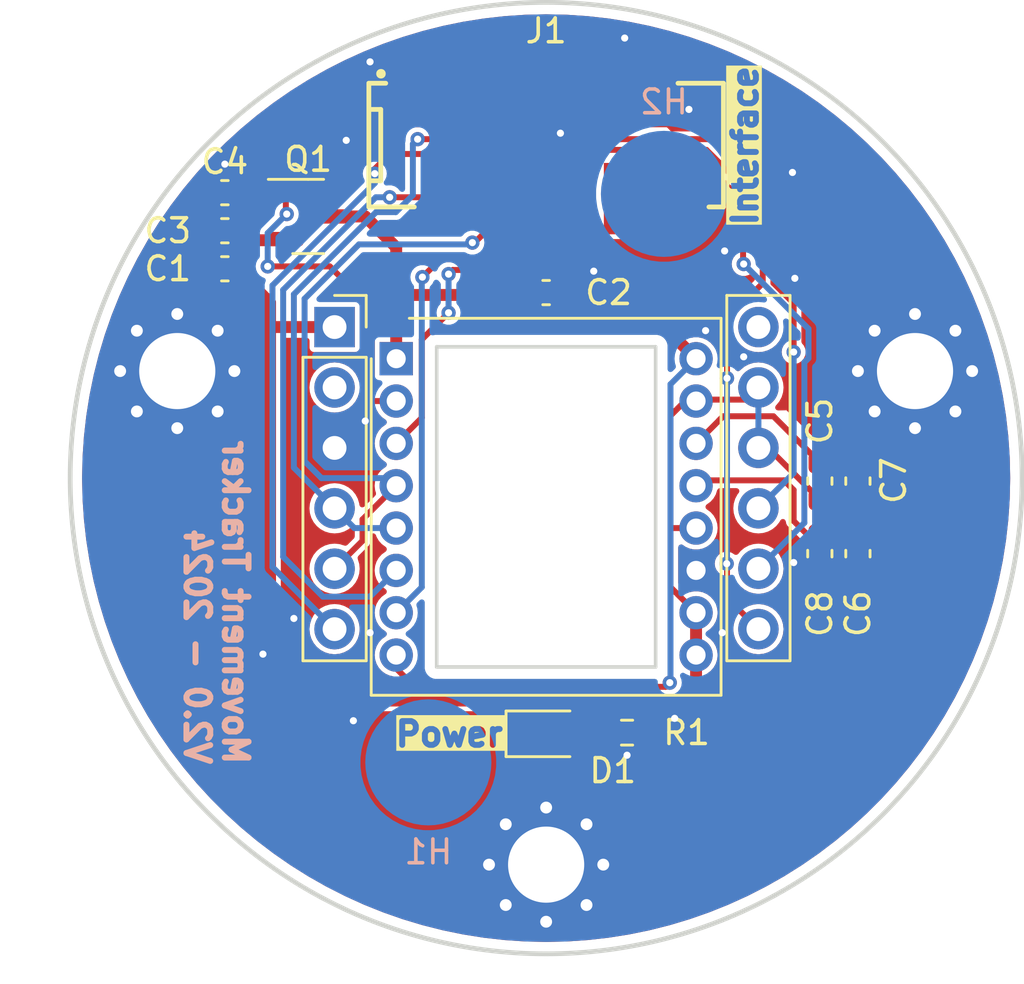
<source format=kicad_pcb>
(kicad_pcb (version 20221018) (generator pcbnew)
  (layers (0 "F.Cu" signal) (31 "B.Cu" signal) (34 "B.Paste" user) (35 "F.Paste" user) (36 "B.SilkS" user "B.Silkscreen") (37 "F.SilkS" user "F.Silkscreen") (38 "B.Mask" user) (39 "F.Mask" user) (44 "Edge.Cuts" user))
  (net 0 "")
  (net 1 "GND")
  (net 2 "+3V3")
  (net 3 "Net-(Q1-D)")
  (net 4 "/MISO")
  (net 5 "/MOSI")
  (net 6 "/SCK")
  (net 7 "Net-(Q1-G)")
  (net 8 "Net-(D1-A)")
  (net 9 "Net-(U2--VCSEL)")
  (net 10 "Net-(U2-REFA)")
  (net 11 "/~{INT_ADNS}")
  (net 12 "/~{INT_IMU}")
  (net 13 "/~{CS_ADNS}")
  (net 14 "/~{CS_IMU}")
  (net 15 "/~{RST_IMU}")
  (footprint "Resistor_SMD:R_0603_1608Metric" (layer "F.Cu") (at 53.4 60.7)
    (fp_text reference "R1" (at 2.5 0) (layer "F.SilkS"))
    (fp_text value "510")
    (fp_line (start -0.237258 -0.5225) (end 0.237258 -0.5225) (stroke (width 0.12)) (layer "F.SilkS"))
    (fp_line (start -0.237258 0.5225) (end 0.237258 0.5225) (stroke (width 0.12)) (layer "F.SilkS"))
    (pad "1" smd roundrect (at -0.825 0) (size 0.8 0.95) (layers "F.Cu" "F.Paste" "F.Mask") (net 8 "Net-(D1-A)"))
    (pad "2" smd roundrect (at 0.825 0) (size 0.8 0.95) (layers "F.Cu" "F.Paste" "F.Mask") (net 2 "+3V3"))
  )
  (footprint "Capacitor_SMD:C_0603_1608Metric" (layer "F.Cu") (at 61.5 50.125 90)
    (fp_text reference "C5" (at 2.525 0 90) (layer "F.SilkS"))
    (fp_text value "100n")
    (fp_line (start -0.14058 -0.51) (end 0.14058 -0.51) (stroke (width 0.12)) (layer "F.SilkS"))
    (fp_line (start -0.14058 0.51) (end 0.14058 0.51) (stroke (width 0.12)) (layer "F.SilkS"))
    (pad "1" smd roundrect (at -0.775 0 90) (size 0.9 0.95) (layers "F.Cu" "F.Paste" "F.Mask") (net 2 "+3V3"))
    (pad "2" smd roundrect (at 0.775 0 90) (size 0.9 0.95) (layers "F.Cu" "F.Paste" "F.Mask") (net 1 "GND"))
  )
  (footprint "MountingHole:MountingHole_3.2mm_M3_Pad_Via" (layer "F.Cu") (at 50 66.25)
    (fp_text reference "H5" hide)
    (fp_text value "M3")
    (pad "1" thru_hole circle (at -2.4 0) (size 0.8 0.8) (drill 0.5) (layers "*.Cu" "*.Mask") (net 1 "GND"))
    (pad "1" thru_hole circle (at -1.697056 -1.697056) (size 0.8 0.8) (drill 0.5) (layers "*.Cu" "*.Mask") (net 1 "GND"))
    (pad "1" thru_hole circle (at -1.697056 1.697056) (size 0.8 0.8) (drill 0.5) (layers "*.Cu" "*.Mask") (net 1 "GND"))
    (pad "1" thru_hole circle (at 0 -2.4) (size 0.8 0.8) (drill 0.5) (layers "*.Cu" "*.Mask") (net 1 "GND"))
    (pad "1" thru_hole circle (at 0 0) (size 6.4 6.4) (drill 3.2) (layers "*.Cu" "*.Mask") (net 1 "GND"))
    (pad "1" thru_hole circle (at 0 2.4) (size 0.8 0.8) (drill 0.5) (layers "*.Cu" "*.Mask") (net 1 "GND"))
    (pad "1" thru_hole circle (at 1.697056 -1.697056) (size 0.8 0.8) (drill 0.5) (layers "*.Cu" "*.Mask") (net 1 "GND"))
    (pad "1" thru_hole circle (at 1.697056 1.697056) (size 0.8 0.8) (drill 0.5) (layers "*.Cu" "*.Mask") (net 1 "GND"))
    (pad "1" thru_hole circle (at 2.4 0) (size 0.8 0.8) (drill 0.5) (layers "*.Cu" "*.Mask") (net 1 "GND"))
  )
  (footprint "ComponentsEvo:ADNS 9800" (layer "F.Cu") (at 42.4 43.03)
    (fp_text reference "U2" hide)
    (fp_text value "ADNS 9800")
    (fp_line (start 0.25 16.1) (end 0.25 1.95) (stroke (width 0.12)) (layer "F.SilkS"))
    (fp_line (start 1.85 0.25) (end 14.95 0.25) (stroke (width 0.12)) (layer "F.SilkS"))
    (fp_line (start 14.95 0.25) (end 14.95 16.1) (stroke (width 0.12)) (layer "F.SilkS"))
    (fp_line (start 14.95 16.1) (end 0.25 16.1) (stroke (width 0.12)) (layer "F.SilkS"))
    (fp_line (start 3 1.45) (end 12.2 1.45) (stroke (width 0.15)) (layer "Edge.Cuts"))
    (fp_line (start 3 14.91) (end 3 1.45) (stroke (width 0.15)) (layer "Edge.Cuts"))
    (fp_line (start 12.2 1.45) (end 12.2 14.91) (stroke (width 0.15)) (layer "Edge.Cuts"))
    (fp_line (start 12.2 14.91) (end 3 14.91) (stroke (width 0.15)) (layer "Edge.Cuts"))
    (pad "1" thru_hole rect locked (at 1.3 1.95) (size 1.4 1.4) (drill 0.8) (layers "*.Cu" "*.Mask") (net 3 "Net-(Q1-D)"))
    (pad "2" thru_hole circle locked (at 1.3 3.73) (size 1.4 1.4) (drill 0.8) (layers "*.Cu" "*.Mask") (net 7 "Net-(Q1-G)"))
    (pad "3" thru_hole circle locked (at 1.3 5.51) (size 1.4 1.4) (drill 0.8) (layers "*.Cu" "*.Mask") (net 13 "/~{CS_ADNS}"))
    (pad "4" thru_hole circle locked (at 1.3 7.29) (size 1.4 1.4) (drill 0.8) (layers "*.Cu" "*.Mask") (net 4 "/MISO"))
    (pad "5" thru_hole circle locked (at 1.3 9.07) (size 1.4 1.4) (drill 0.8) (layers "*.Cu" "*.Mask") (net 6 "/SCK"))
    (pad "6" thru_hole circle locked (at 1.3 10.85) (size 1.4 1.4) (drill 0.8) (layers "*.Cu" "*.Mask") (net 5 "/MOSI"))
    (pad "7" thru_hole circle locked (at 1.3 12.63) (size 1.4 1.4) (drill 0.8) (layers "*.Cu" "*.Mask") (net 11 "/~{INT_ADNS}"))
    (pad "8" thru_hole circle locked (at 1.3 14.41) (size 1.4 1.4) (drill 0.8) (layers "*.Cu" "*.Mask") (net 9 "Net-(U2--VCSEL)"))
    (pad "9" thru_hole circle locked (at 13.9 14.41) (size 1.4 1.4) (drill 0.8) (layers "*.Cu" "*.Mask") (net 2 "+3V3"))
    (pad "10" thru_hole circle locked (at 13.9 12.63) (size 1.4 1.4) (drill 0.8) (layers "*.Cu" "*.Mask") (net 2 "+3V3"))
    (pad "11" thru_hole circle locked (at 13.9 10.85) (size 1.4 1.4) (drill 0.8) (layers "*.Cu" "*.Mask") (net 1 "GND"))
    (pad "12" thru_hole circle locked (at 13.9 9.07) (size 1.4 1.4) (drill 0.8) (layers "*.Cu" "*.Mask") (net 2 "+3V3"))
    (pad "13" thru_hole circle locked (at 13.9 7.29) (size 1.4 1.4) (drill 0.8) (layers "*.Cu" "*.Mask") (net 10 "Net-(U2-REFA)"))
    (pad "14" thru_hole circle locked (at 13.9 5.51) (size 1.4 1.4) (drill 0.8) (layers "*.Cu" "*.Mask") (net 1 "GND"))
    (pad "15" thru_hole circle locked (at 13.9 3.73) (size 1.4 1.4) (drill 0.8) (layers "*.Cu" "*.Mask") (net 2 "+3V3"))
    (pad "16" thru_hole circle locked (at 13.9 1.95) (size 1.4 1.4) (drill 0.8) (layers "*.Cu" "*.Mask") (net 9 "Net-(U2--VCSEL)"))
  )
  (footprint "Capacitor_SMD:C_0603_1608Metric" (layer "F.Cu") (at 36.5 39.6 180)
    (fp_text reference "C3" (at 2.4 0) (layer "F.SilkS"))
    (fp_text value "100n")
    (fp_line (start -0.14058 -0.51) (end 0.14058 -0.51) (stroke (width 0.12)) (layer "F.SilkS"))
    (fp_line (start -0.14058 0.51) (end 0.14058 0.51) (stroke (width 0.12)) (layer "F.SilkS"))
    (pad "1" smd roundrect (at -0.775 0 180) (size 0.9 0.95) (layers "F.Cu" "F.Paste" "F.Mask") (net 2 "+3V3"))
    (pad "2" smd roundrect (at 0.775 0 180) (size 0.9 0.95) (layers "F.Cu" "F.Paste" "F.Mask") (net 1 "GND"))
  )
  (footprint "ComponentsEvo:Adafruit BNO085" (layer "F.Cu") (at 50 50)
    (fp_text reference "U1" hide)
    (fp_text value "~")
    (fp_line (start -10.22 -5.08) (end -10.22 7.68) (stroke (width 0.12)) (layer "F.SilkS"))
    (fp_line (start -10.22 -5.08) (end -7.56 -5.08) (stroke (width 0.12)) (layer "F.SilkS"))
    (fp_line (start -10.22 7.68) (end -7.56 7.68) (stroke (width 0.12)) (layer "F.SilkS"))
    (fp_line (start -8.89 -7.68) (end -7.56 -7.68) (stroke (width 0.12)) (layer "F.SilkS"))
    (fp_line (start -7.56 -7.68) (end -7.56 -6.35) (stroke (width 0.12)) (layer "F.SilkS"))
    (fp_line (start -7.56 -5.08) (end -7.56 7.68) (stroke (width 0.12)) (layer "F.SilkS"))
    (fp_line (start 7.59 -7.68) (end 7.59 7.68) (stroke (width 0.12)) (layer "F.SilkS"))
    (fp_line (start 7.59 -7.68) (end 10.25 -7.68) (stroke (width 0.12)) (layer "F.SilkS"))
    (fp_line (start 7.59 7.68) (end 10.25 7.68) (stroke (width 0.12)) (layer "F.SilkS"))
    (fp_line (start 10.25 -7.68) (end 10.25 7.68) (stroke (width 0.12)) (layer "F.SilkS"))
    (pad "1" thru_hole rect locked (at -8.89 -6.35) (size 1.7 1.7) (drill 1) (layers "*.Cu" "*.Mask") (net 2 "+3V3"))
    (pad "2" thru_hole oval locked (at -8.89 -3.81) (size 1.7 1.7) (drill 1) (layers "*.Cu" "*.Mask"))
    (pad "3" thru_hole oval locked (at -8.89 -1.27) (size 1.7 1.7) (drill 1) (layers "*.Cu" "*.Mask") (net 1 "GND"))
    (pad "4" thru_hole oval locked (at -8.89 1.27) (size 1.7 1.7) (drill 1) (layers "*.Cu" "*.Mask") (net 6 "/SCK"))
    (pad "5" thru_hole oval locked (at -8.89 3.81) (size 1.7 1.7) (drill 1) (layers "*.Cu" "*.Mask") (net 4 "/MISO"))
    (pad "6" thru_hole oval locked (at -8.89 6.35) (size 1.7 1.7) (drill 1) (layers "*.Cu" "*.Mask") (net 12 "/~{INT_IMU}"))
    (pad "7" thru_hole circle locked (at 8.92 -6.35) (size 1.7 1.7) (drill 1) (layers "*.Cu" "*.Mask"))
    (pad "8" thru_hole oval locked (at 8.92 -3.81) (size 1.7 1.7) (drill 1) (layers "*.Cu" "*.Mask") (net 2 "+3V3"))
    (pad "9" thru_hole oval locked (at 8.92 -1.27) (size 1.7 1.7) (drill 1) (layers "*.Cu" "*.Mask") (net 2 "+3V3"))
    (pad "10" thru_hole oval locked (at 8.92 1.27) (size 1.7 1.7) (drill 1) (layers "*.Cu" "*.Mask") (net 15 "/~{RST_IMU}"))
    (pad "11" thru_hole oval locked (at 8.92 3.81) (size 1.7 1.7) (drill 1) (layers "*.Cu" "*.Mask") (net 5 "/MOSI"))
    (pad "12" thru_hole oval locked (at 8.92 6.35) (size 1.7 1.7) (drill 1) (layers "*.Cu" "*.Mask") (net 14 "/~{CS_IMU}"))
  )
  (footprint "MountingHole:MountingHole_3.2mm_M3_Pad_Via" (layer "F.Cu") (at 34.5 45.5 90)
    (fp_text reference "H3" hide)
    (fp_text value "M3")
    (pad "1" thru_hole circle (at -2.4 0 90) (size 0.8 0.8) (drill 0.5) (layers "*.Cu" "*.Mask") (net 1 "GND"))
    (pad "1" thru_hole circle (at -1.697056 -1.697056 90) (size 0.8 0.8) (drill 0.5) (layers "*.Cu" "*.Mask") (net 1 "GND"))
    (pad "1" thru_hole circle (at -1.697056 1.697056 90) (size 0.8 0.8) (drill 0.5) (layers "*.Cu" "*.Mask") (net 1 "GND"))
    (pad "1" thru_hole circle (at 0 -2.4 90) (size 0.8 0.8) (drill 0.5) (layers "*.Cu" "*.Mask") (net 1 "GND"))
    (pad "1" thru_hole circle (at 0 0 90) (size 6.4 6.4) (drill 3.2) (layers "*.Cu" "*.Mask") (net 1 "GND"))
    (pad "1" thru_hole circle (at 0 2.4 90) (size 0.8 0.8) (drill 0.5) (layers "*.Cu" "*.Mask") (net 1 "GND"))
    (pad "1" thru_hole circle (at 1.697056 -1.697056 90) (size 0.8 0.8) (drill 0.5) (layers "*.Cu" "*.Mask") (net 1 "GND"))
    (pad "1" thru_hole circle (at 1.697056 1.697056 90) (size 0.8 0.8) (drill 0.5) (layers "*.Cu" "*.Mask") (net 1 "GND"))
    (pad "1" thru_hole circle (at 2.4 0 90) (size 0.8 0.8) (drill 0.5) (layers "*.Cu" "*.Mask") (net 1 "GND"))
  )
  (footprint "Capacitor_SMD:C_0603_1608Metric" (layer "F.Cu") (at 63.1 50.125 90)
    (fp_text reference "C7" (at 0.025 1.5 90) (layer "F.SilkS"))
    (fp_text value "3.3u")
    (fp_line (start -0.14058 -0.51) (end 0.14058 -0.51) (stroke (width 0.12)) (layer "F.SilkS"))
    (fp_line (start -0.14058 0.51) (end 0.14058 0.51) (stroke (width 0.12)) (layer "F.SilkS"))
    (pad "1" smd roundrect (at -0.775 0 90) (size 0.9 0.95) (layers "F.Cu" "F.Paste" "F.Mask") (net 2 "+3V3"))
    (pad "2" smd roundrect (at 0.775 0 90) (size 0.9 0.95) (layers "F.Cu" "F.Paste" "F.Mask") (net 1 "GND"))
  )
  (footprint "Package_TO_SOT_SMD:SOT-23" (layer "F.Cu") (at 40 39)
    (fp_text reference "Q1" (at 0 -2.4) (layer "F.SilkS"))
    (fp_text value "Q_PMOS_GSD")
    (fp_line (start 0 -1.56) (end -1.675 -1.56) (stroke (width 0.12)) (layer "F.SilkS"))
    (fp_line (start 0 -1.56) (end 0.65 -1.56) (stroke (width 0.12)) (layer "F.SilkS"))
    (fp_line (start 0 1.56) (end -0.65 1.56) (stroke (width 0.12)) (layer "F.SilkS"))
    (fp_line (start 0 1.56) (end 0.65 1.56) (stroke (width 0.12)) (layer "F.SilkS"))
    (pad "1" smd roundrect (at -0.9375 -0.95) (size 1.475 0.6) (layers "F.Cu" "F.Paste" "F.Mask") (net 7 "Net-(Q1-G)"))
    (pad "2" smd roundrect (at -0.9375 0.95) (size 1.475 0.6) (layers "F.Cu" "F.Paste" "F.Mask") (net 2 "+3V3"))
    (pad "3" smd roundrect (at 0.9375 0) (size 1.475 0.6) (layers "F.Cu" "F.Paste" "F.Mask") (net 3 "Net-(Q1-D)"))
  )
  (footprint "MountingHole:MountingHole_3.2mm_M3_Pad_Via" (layer "F.Cu") (at 65.5 45.5)
    (fp_text reference "H4" hide)
    (fp_text value "M3")
    (pad "1" thru_hole circle (at -2.4 0) (size 0.8 0.8) (drill 0.5) (layers "*.Cu" "*.Mask") (net 1 "GND"))
    (pad "1" thru_hole circle (at -1.697056 -1.697056) (size 0.8 0.8) (drill 0.5) (layers "*.Cu" "*.Mask") (net 1 "GND"))
    (pad "1" thru_hole circle (at -1.697056 1.697056) (size 0.8 0.8) (drill 0.5) (layers "*.Cu" "*.Mask") (net 1 "GND"))
    (pad "1" thru_hole circle (at 0 -2.4) (size 0.8 0.8) (drill 0.5) (layers "*.Cu" "*.Mask") (net 1 "GND"))
    (pad "1" thru_hole circle (at 0 0) (size 6.4 6.4) (drill 3.2) (layers "*.Cu" "*.Mask") (net 1 "GND"))
    (pad "1" thru_hole circle (at 0 2.4) (size 0.8 0.8) (drill 0.5) (layers "*.Cu" "*.Mask") (net 1 "GND"))
    (pad "1" thru_hole circle (at 1.697056 -1.697056) (size 0.8 0.8) (drill 0.5) (layers "*.Cu" "*.Mask") (net 1 "GND"))
    (pad "1" thru_hole circle (at 1.697056 1.697056) (size 0.8 0.8) (drill 0.5) (layers "*.Cu" "*.Mask") (net 1 "GND"))
    (pad "1" thru_hole circle (at 2.4 0) (size 0.8 0.8) (drill 0.5) (layers "*.Cu" "*.Mask") (net 1 "GND"))
  )
  (footprint "Capacitor_SMD:C_0603_1608Metric" (layer "F.Cu") (at 50 42.2)
    (fp_text reference "C2" (at 2.625 0 180) (layer "F.SilkS"))
    (fp_text value "470p")
    (fp_line (start -0.14058 -0.51) (end 0.14058 -0.51) (stroke (width 0.12)) (layer "F.SilkS"))
    (fp_line (start -0.14058 0.51) (end 0.14058 0.51) (stroke (width 0.12)) (layer "F.SilkS"))
    (pad "1" smd roundrect (at -0.775 0) (size 0.9 0.95) (layers "F.Cu" "F.Paste" "F.Mask") (net 3 "Net-(Q1-D)"))
    (pad "2" smd roundrect (at 0.775 0) (size 0.9 0.95) (layers "F.Cu" "F.Paste" "F.Mask") (net 9 "Net-(U2--VCSEL)"))
  )
  (footprint "Capacitor_SMD:C_0603_1608Metric" (layer "F.Cu") (at 36.5 41.2 180)
    (fp_text reference "C1" (at 2.4 0) (layer "F.SilkS"))
    (fp_text value "100n")
    (fp_line (start -0.14058 -0.51) (end 0.14058 -0.51) (stroke (width 0.12)) (layer "F.SilkS"))
    (fp_line (start -0.14058 0.51) (end 0.14058 0.51) (stroke (width 0.12)) (layer "F.SilkS"))
    (pad "1" smd roundrect (at -0.775 0 180) (size 0.9 0.95) (layers "F.Cu" "F.Paste" "F.Mask") (net 2 "+3V3"))
    (pad "2" smd roundrect (at 0.775 0 180) (size 0.9 0.95) (layers "F.Cu" "F.Paste" "F.Mask") (net 1 "GND"))
  )
  (footprint "Capacitor_SMD:C_0603_1608Metric" (layer "F.Cu") (at 61.5 53.175 -90)
    (fp_text reference "C8" (at 2.525 0 90) (layer "F.SilkS"))
    (fp_text value "10u")
    (fp_line (start -0.14058 -0.51) (end 0.14058 -0.51) (stroke (width 0.12)) (layer "F.SilkS"))
    (fp_line (start -0.14058 0.51) (end 0.14058 0.51) (stroke (width 0.12)) (layer "F.SilkS"))
    (pad "1" smd roundrect (at -0.775 0 270) (size 0.9 0.95) (layers "F.Cu" "F.Paste" "F.Mask") (net 10 "Net-(U2-REFA)"))
    (pad "2" smd roundrect (at 0.775 0 270) (size 0.9 0.95) (layers "F.Cu" "F.Paste" "F.Mask") (net 1 "GND"))
  )
  (footprint "ConnectorsEvo:690367281076" (layer "F.Cu") (at 50 36)
    (fp_text reference "J1" (at 0 -4.8) (layer "F.SilkS"))
    (fp_text value "Conn_02x05_Odd_Even")
    (fp_line (start -7.45 -2.6) (end -7.45 2.6) (stroke (width 0.2)) (layer "F.SilkS"))
    (fp_line (start -7.45 2.6) (end -5.54 2.6) (stroke (width 0.2)) (layer "F.SilkS"))
    (fp_line (start -7.35 -1.5) (end -6.95 -1.5) (stroke (width 0.2)) (layer "F.SilkS"))
    (fp_line (start -6.95 -1.5) (end -6.95 1.5) (stroke (width 0.2)) (layer "F.SilkS"))
    (fp_line (start -6.95 1.5) (end -7.35 1.5) (stroke (width 0.2)) (layer "F.SilkS"))
    (fp_line (start -6.74 -2.6) (end -7.45 -2.6) (stroke (width 0.2)) (layer "F.SilkS"))
    (fp_line (start 5.54 -2.6) (end 7.45 -2.6) (stroke (width 0.2)) (layer "F.SilkS"))
    (fp_line (start 7.45 -2.6) (end 7.45 2.6) (stroke (width 0.2)) (layer "F.SilkS"))
    (fp_line (start 7.45 2.6) (end 6.84 2.6) (stroke (width 0.2)) (layer "F.SilkS"))
    (fp_circle (center -6.94 -3) (end -6.84 -3) (stroke (width 0.2)) (fill none) (layer "F.SilkS"))
    (pad "1" smd rect (at -5.715 -2.25) (size 1.5 3) (layers "F.Cu" "F.Paste" "F.Mask") (net 2 "+3V3"))
    (pad "2" smd rect (at -4.445 2.25) (size 1.5 3) (layers "F.Cu" "F.Paste" "F.Mask") (net 5 "/MOSI"))
    (pad "3" smd rect (at -3.175 -2.25) (size 1.5 3) (layers "F.Cu" "F.Paste" "F.Mask") (net 6 "/SCK"))
    (pad "4" smd rect (at -1.905 2.25) (size 1.5 3) (layers "F.Cu" "F.Paste" "F.Mask") (net 4 "/MISO"))
    (pad "5" smd rect (at -0.635 -2.25) (size 1.5 3) (layers "F.Cu" "F.Paste" "F.Mask") (net 12 "/~{INT_IMU}"))
    (pad "6" smd rect (at 0.635 2.25) (size 1.5 3) (layers "F.Cu" "F.Paste" "F.Mask") (net 11 "/~{INT_ADNS}"))
    (pad "7" smd rect (at 1.905 -2.25) (size 1.5 3) (layers "F.Cu" "F.Paste" "F.Mask") (net 14 "/~{CS_IMU}"))
    (pad "8" smd rect (at 3.175 2.25) (size 1.5 3) (layers "F.Cu" "F.Paste" "F.Mask") (net 13 "/~{CS_ADNS}"))
    (pad "9" smd rect (at 4.445 -2.25) (size 1.5 3) (layers "F.Cu" "F.Paste" "F.Mask") (net 15 "/~{RST_IMU}"))
    (pad "10" smd rect (at 5.715 2.25) (size 1.5 3) (layers "F.Cu" "F.Paste" "F.Mask") (net 1 "GND"))
  )
  (footprint "Capacitor_SMD:C_0603_1608Metric" (layer "F.Cu") (at 63.1 53.175 -90)
    (fp_text reference "C6" (at 2.525 0 90) (layer "F.SilkS"))
    (fp_text value "100n")
    (fp_line (start -0.14058 -0.51) (end 0.14058 -0.51) (stroke (width 0.12)) (layer "F.SilkS"))
    (fp_line (start -0.14058 0.51) (end 0.14058 0.51) (stroke (width 0.12)) (layer "F.SilkS"))
    (pad "1" smd roundrect (at -0.775 0 270) (size 0.9 0.95) (layers "F.Cu" "F.Paste" "F.Mask") (net 10 "Net-(U2-REFA)"))
    (pad "2" smd roundrect (at 0.775 0 270) (size 0.9 0.95) (layers "F.Cu" "F.Paste" "F.Mask") (net 1 "GND"))
  )
  (footprint "LED_SMD:LED_0805_2012Metric" (layer "F.Cu") (at 50 60.75)
    (fp_text reference "D1" (at 2.8 1.55) (layer "F.SilkS"))
    (fp_text value "RED" hide)
    (fp_line (start -1.685 -0.96) (end -1.685 0.96) (stroke (width 0.12)) (layer "F.SilkS"))
    (fp_line (start -1.685 0.96) (end 1 0.96) (stroke (width 0.12)) (layer "F.SilkS"))
    (fp_line (start 1 -0.96) (end -1.685 -0.96) (stroke (width 0.12)) (layer "F.SilkS"))
    (pad "1" smd roundrect (at -0.9375 0) (size 0.975 1.4) (layers "F.Cu" "F.Paste" "F.Mask") (net 1 "GND"))
    (pad "2" smd roundrect (at 0.9375 0) (size 0.975 1.4) (layers "F.Cu" "F.Paste" "F.Mask") (net 8 "Net-(D1-A)"))
  )
  (footprint "Capacitor_SMD:C_0603_1608Metric" (layer "F.Cu") (at 36.5 38 180)
    (fp_text reference "C4" (at 0 1.3) (layer "F.SilkS"))
    (fp_text value "1u")
    (fp_line (start -0.14058 -0.51) (end 0.14058 -0.51) (stroke (width 0.12)) (layer "F.SilkS"))
    (fp_line (start -0.14058 0.51) (end 0.14058 0.51) (stroke (width 0.12)) (layer "F.SilkS"))
    (pad "1" smd roundrect (at -0.775 0 180) (size 0.9 0.95) (layers "F.Cu" "F.Paste" "F.Mask") (net 2 "+3V3"))
    (pad "2" smd roundrect (at 0.775 0 180) (size 0.9 0.95) (layers "F.Cu" "F.Paste" "F.Mask") (net 1 "GND"))
  )
  (footprint "ComponentsEvo:WA-SMSI_9774015243_Reversed" (layer "B.Cu") (at 45.05 61.95 180)
    (fp_text reference "H1" (at 0 -4.35) (layer "B.SilkS") (effects (justify bottom mirror)))
    (fp_text value "M2")
    (pad "1" smd roundrect (at 0 0 180) (size 5.3 5.3) (layers "B.Cu" "B.Mask") (roundrect_rratio 0.5))
  )
  (footprint "ComponentsEvo:logo-evo-min-cu" (layer "B.Cu") (at 64.515332 56.420206 90)
    (fp_text reference "G***" hide)
    (fp_text value "LOGO" hide)
  )
  (footprint "ComponentsEvo:WA-SMSI_9774015243_Reversed" (layer "B.Cu") (at 54.95 38.05 180)
    (fp_text reference "H2" (at 0 3.28) (layer "B.SilkS") (effects (justify bottom mirror)))
    (fp_text value "M2")
    (pad "1" smd roundrect (at 0 0 180) (size 5.3 5.3) (layers "B.Cu" "B.Mask") (roundrect_rratio 0.5))
  )
  (gr_circle (center 50 50) (end 70 50) (stroke (width 0.2)) (fill none) (layer "Edge.Cuts"))
  (gr_text "Movement Tracker\nV2.0 - 2024" (at 34.75 62.15 270) (layer "B.SilkS") (effects (font (size 1 1) (thickness 0.25) bold) (justify left bottom mirror)))
  (gr_text "Power" (at 43.55 61.35) (layer "F.SilkS" knockout) (effects (font (size 1 1) (thickness 0.25) bold) (justify left bottom)))
  (gr_text "Interface" (at 58.95 39.5 90) (layer "F.SilkS" knockout) (effects (font (size 1 1) (thickness 0.25) bold) (justify left bottom)))
  (segment (start 57.365 47.475) (end 57.27 47.57) (width 0.25) (layer "F.Cu") (net 1))
  (segment (start 57.44 47.4) (end 57.27 47.57) (width 0.25) (layer "F.Cu") (net 1))
  (segment (start 63.1 49.35) (end 61.5 49.35) (width 0.25) (layer "F.Cu") (net 1))
  (segment (start 61.5 49.35) (end 59.55 47.4) (width 0.25) (layer "F.Cu") (net 1))
  (segment (start 59.55 47.4) (end 57.44 47.4) (width 0.25) (layer "F.Cu") (net 1))
  (segment (start 57.27 47.57) (end 56.3 48.54) (width 0.25) (layer "F.Cu") (net 1))
  (via (at 42.6 32.5) (size 0.6) (drill 0.3) (layers "F.Cu" "B.Cu") (net 1))
  (via (at 53.4 61.65) (size 0.6) (drill 0.3) (layers "F.Cu" "B.Cu") (net 1))
  (via (at 60.4 53.55) (size 0.6) (drill 0.3) (layers "F.Cu" "B.Cu") (net 1))
  (via (at 36.5 36.8) (size 0.6) (drill 0.3) (layers "F.Cu" "B.Cu") (net 1))
  (via (at 60.45 41.6) (size 0.6) (drill 0.3) (layers "F.Cu" "B.Cu") (net 1))
  (via (at 57.5 40.45) (size 0.6) (drill 0.3) (layers "F.Cu" "B.Cu") (net 1))
  (via (at 42.4 47.6) (size 0.6) (drill 0.3) (layers "F.Cu" "B.Cu") (net 1))
  (via (at 41.6 35.8) (size 0.6) (drill 0.3) (layers "F.Cu" "B.Cu") (net 1))
  (via (at 55.4 60.1) (size 0.6) (drill 0.3) (layers "F.Cu" "B.Cu") (net 1))
  (via (at 52 41.3) (size 0.6) (drill 0.3) (layers "F.Cu" "B.Cu") (net 1))
  (via (at 38.1 57.4) (size 0.6) (drill 0.3) (layers "F.Cu" "B.Cu") (net 1))
  (via (at 42.6 56.5) (size 0.6) (drill 0.3) (layers "F.Cu" "B.Cu") (net 1))
  (via (at 57.4 56.5) (size 0.6) (drill 0.3) (layers "F.Cu" "B.Cu") (net 1))
  (via (at 60.35 37.15) (size 0.6) (drill 0.3) (layers "F.Cu" "B.Cu") (net 1))
  (via (at 41.9 60.2) (size 0.6) (drill 0.3) (layers "F.Cu" "B.Cu") (net 1))
  (via (at 53.3 31.5) (size 0.6) (drill 0.3) (layers "F.Cu" "B.Cu") (net 1))
  (via (at 39.4 55.9) (size 0.6) (drill 0.3) (layers "F.Cu" "B.Cu") (net 1))
  (via (at 56 34.5) (size 0.6) (drill 0.3) (layers "F.Cu" "B.Cu") (net 1))
  (via (at 56.7 43.8) (size 0.6) (drill 0.3) (layers "F.Cu" "B.Cu") (net 1))
  (via (at 58.3 44.9) (size 0.6) (drill 0.3) (layers "F.Cu" "B.Cu") (net 1))
  (via (at 50.6 35.5) (size 0.6) (drill 0.3) (layers "F.Cu" "B.Cu") (net 1))
  (segment (start 37.3 40) (end 39.0125 40) (width 0.5) (layer "F.Cu") (net 2))
  (segment (start 55.84 46.76) (end 55.225 47.375) (width 0.25) (layer "F.Cu") (net 2))
  (segment (start 38.6 36.7) (end 37.3 38) (width 0.5) (layer "F.Cu") (net 2))
  (segment (start 38.4 42.625) (end 37.3 41.525) (width 0.5) (layer "F.Cu") (net 2))
  (segment (start 54.225 60.7) (end 54.225 59.375) (width 0.25) (layer "F.Cu") (net 2))
  (segment (start 56.3 46.76) (end 56.36 46.7) (width 0.25) (layer "F.Cu") (net 2))
  (segment (start 61.5 50.9) (end 59.33 48.73) (width 0.25) (layer "F.Cu") (net 2))
  (segment (start 39.0125 40) (end 39.0625 39.95) (width 0.5) (layer "F.Cu") (net 2))
  (segment (start 63.1 50.9) (end 61.5 50.9) (width 0.25) (layer "F.Cu") (net 2))
  (segment (start 54.25 59.35) (end 55.55 59.35) (width 0.5) (layer "F.Cu") (net 2))
  (segment (start 38.45 43.65) (end 41.11 43.65) (width 0.5) (layer "F.Cu") (net 2))
  (segment (start 38.4 43.7) (end 38.4 56.3) (width 0.5) (layer "F.Cu") (net 2))
  (segment (start 55.225 54.585) (end 56.3 55.66) (width 0.25) (layer "F.Cu") (net 2))
  (segment (start 56.3 58.6) (end 56.3 57.44) (width 0.5) (layer "F.Cu") (net 2))
  (segment (start 42.1 36.7) (end 38.6 36.7) (width 0.5) (layer "F.Cu") (net 2))
  (segment (start 37.3 38) (end 37.3 40) (width 0.5) (layer "F.Cu") (net 2))
  (segment (start 44.285 34.515) (end 42.1 36.7) (width 0.5) (layer "F.Cu") (net 2))
  (segment (start 56.36 46.7) (end 58.41 46.7) (width 0.25) (layer "F.Cu") (net 2))
  (segment (start 59.33 48.73) (end 58.92 48.73) (width 0.25) (layer "F.Cu") (net 2))
  (segment (start 54.225 59.375) (end 54.25 59.35) (width 0.25) (layer "F.Cu") (net 2))
  (segment (start 56.3 57.44) (end 56.3 55.66) (width 0.5) (layer "F.Cu") (net 2))
  (segment (start 58.41 46.7) (end 58.92 46.19) (width 0.25) (layer "F.Cu") (net 2))
  (segment (start 37.3 41.525) (end 37.3 40) (width 0.5) (layer "F.Cu") (net 2))
  (segment (start 38.4 43.7) (end 38.45 43.65) (width 0.5) (layer "F.Cu") (net 2))
  (segment (start 56.3 46.76) (end 55.84 46.76) (width 0.25) (layer "F.Cu") (net 2))
  (segment (start 55.225 52.1) (end 55.225 54.585) (width 0.25) (layer "F.Cu") (net 2))
  (segment (start 38.4 43.7) (end 38.4 42.625) (width 0.5) (layer "F.Cu") (net 2))
  (segment (start 56.3 52.1) (end 55.225 52.1) (width 0.25) (layer "F.Cu") (net 2))
  (segment (start 38.4 56.3) (end 41.45 59.35) (width 0.5) (layer "F.Cu") (net 2))
  (segment (start 55.225 47.375) (end 55.225 52.1) (width 0.25) (layer "F.Cu") (net 2))
  (segment (start 41.45 59.35) (end 54.25 59.35) (width 0.5) (layer "F.Cu") (net 2))
  (segment (start 44.285 33.75) (end 44.285 34.515) (width 0.5) (layer "F.Cu") (net 2))
  (segment (start 55.55 59.35) (end 56.3 58.6) (width 0.5) (layer "F.Cu") (net 2))
  (segment (start 58.92 46.19) (end 58.92 48.73) (width 0.25) (layer "B.Cu") (net 2))
  (segment (start 42.4 39) (end 43.7 40.3) (width 0.5) (layer "F.Cu") (net 3))
  (segment (start 49.225 42.2) (end 49.125 42.3) (width 0.5) (layer "F.Cu") (net 3))
  (segment (start 49.125 42.3) (end 43.7 42.3) (width 0.5) (layer "F.Cu") (net 3))
  (segment (start 40.9375 39) (end 42.4 39) (width 0.5) (layer "F.Cu") (net 3))
  (segment (start 43.7 42.3) (end 43.7 44.98) (width 0.5) (layer "F.Cu") (net 3))
  (segment (start 43.7 40.3) (end 43.7 42.3) (width 0.5) (layer "F.Cu") (net 3))
  (segment (start 46.995 40.1) (end 48.095 39) (width 0.25) (layer "F.Cu") (net 4))
  (segment (start 42.285 52.635) (end 42.285 51.735) (width 0.25) (layer "F.Cu") (net 4))
  (segment (start 41.11 53.81) (end 42.285 52.635) (width 0.25) (layer "F.Cu") (net 4))
  (segment (start 48.095 39) (end 48.095 38.25) (width 0.25) (layer "F.Cu") (net 4))
  (segment (start 42.285 51.735) (end 43.7 50.32) (width 0.25) (layer "F.Cu") (net 4))
  (segment (start 46.9 40.1) (end 46.995 40.1) (width 0.25) (layer "F.Cu") (net 4))
  (via (at 46.9 40.1) (size 0.6) (drill 0.3) (layers "F.Cu" "B.Cu") (net 4))
  (segment (start 39.85 49.29085) (end 40.55915 50) (width 0.25) (layer "B.Cu") (net 4))
  (segment (start 42.134188 40.175) (end 39.85 42.459188) (width 0.25) (layer "B.Cu") (net 4))
  (segment (start 46.9 40.1) (end 46.825 40.175) (width 0.25) (layer "B.Cu") (net 4))
  (segment (start 39.85 42.459188) (end 39.85 49.29085) (width 0.25) (layer "B.Cu") (net 4))
  (segment (start 43.38 50) (end 43.7 50.32) (width 0.25) (layer "B.Cu") (net 4))
  (segment (start 46.825 40.175) (end 42.134188 40.175) (width 0.25) (layer "B.Cu") (net 4))
  (segment (start 40.55915 50) (end 43.38 50) (width 0.25) (layer "B.Cu") (net 4))
  (segment (start 58.2755 40.9755) (end 58.3 41) (width 0.25) (layer "F.Cu") (net 5))
  (segment (start 46.836396 36.2) (end 45.555 37.481396) (width 0.25) (layer "F.Cu") (net 5))
  (segment (start 45.497975 38.192975) (end 45.555 38.25) (width 0.25) (layer "F.Cu") (net 5))
  (segment (start 58.2755 39.3) (end 58.2755 40.9755) (width 0.25) (layer "F.Cu") (net 5))
  (segment (start 43.4245 38.192975) (end 45.497975 38.192975) (width 0.25) (layer "F.Cu") (net 5))
  (segment (start 56.7325 36.2) (end 46.836396 36.2) (width 0.25) (layer "F.Cu") (net 5))
  (segment (start 58.2755 37.743) (end 56.7325 36.2) (width 0.25) (layer "F.Cu") (net 5))
  (segment (start 58.2755 39.3) (end 58.2755 37.743) (width 0.25) (layer "F.Cu") (net 5))
  (segment (start 45.555 37.481396) (end 45.555 38.25) (width 0.25) (layer "F.Cu") (net 5))
  (via (at 43.4245 38.192975) (size 0.6) (drill 0.3) (layers "F.Cu" "B.Cu") (net 5))
  (via (at 58.3 41) (size 0.6) (drill 0.3) (layers "F.Cu" "B.Cu") (net 5))
  (segment (start 38.95 42.086396) (end 38.95 53.311701) (width 0.25) (layer "B.Cu") (net 5))
  (segment (start 43.4245 38.192975) (end 42.843421 38.192975) (width 0.25) (layer "B.Cu") (net 5))
  (segment (start 61.025 44.958884) (end 60.85 45.133884) (width 0.25) (layer "B.Cu") (net 5))
  (segment (start 42.595 54.985) (end 43.7 53.88) (width 0.25) (layer "B.Cu") (net 5))
  (segment (start 61.025 43.725) (end 61.025 44.958884) (width 0.25) (layer "B.Cu") (net 5))
  (segment (start 60.85 45.133884) (end 60.85 51.88) (width 0.25) (layer "B.Cu") (net 5))
  (segment (start 42.843421 38.192975) (end 38.95 42.086396) (width 0.25) (layer "B.Cu") (net 5))
  (segment (start 40.623299 54.985) (end 42.595 54.985) (width 0.25) (layer "B.Cu") (net 5))
  (segment (start 38.95 53.311701) (end 40.623299 54.985) (width 0.25) (layer "B.Cu") (net 5))
  (segment (start 58.3 41) (end 61.025 43.725) (width 0.25) (layer "B.Cu") (net 5))
  (segment (start 60.85 51.88) (end 58.92 53.81) (width 0.25) (layer "B.Cu") (net 5))
  (segment (start 44.6 35.75) (end 45.575 35.75) (width 0.25) (layer "F.Cu") (net 6))
  (segment (start 46.825 34.5) (end 46.825 33.75) (width 0.25) (layer "F.Cu") (net 6))
  (segment (start 45.575 35.75) (end 46.825 34.5) (width 0.25) (layer "F.Cu") (net 6))
  (via (at 44.6 35.75) (size 0.6) (drill 0.3) (layers "F.Cu" "B.Cu") (net 6))
  (segment (start 39.4 49.56) (end 41.11 51.27) (width 0.25) (layer "B.Cu") (net 6))
  (segment (start 41.94 52.1) (end 41.11 51.27) (width 0.25) (layer "B.Cu") (net 6))
  (segment (start 44.4 35.95) (end 44.4 38.101359) (width 0.25) (layer "B.Cu") (net 6))
  (segment (start 39.4 42.272792) (end 39.4 49.56) (width 0.25) (layer "B.Cu") (net 6))
  (segment (start 44.4 38.101359) (end 43.683384 38.817975) (width 0.25) (layer "B.Cu") (net 6))
  (segment (start 43.7 52.1) (end 41.94 52.1) (width 0.25) (layer "B.Cu") (net 6))
  (segment (start 44.6 35.75) (end 44.4 35.95) (width 0.25) (layer "B.Cu") (net 6))
  (segment (start 43.683384 38.817975) (end 42.854817 38.817975) (width 0.25) (layer "B.Cu") (net 6))
  (segment (start 42.854817 38.817975) (end 39.4 42.272792) (width 0.25) (layer "B.Cu") (net 6))
  (segment (start 42.710051 46.76) (end 42.675 46.724949) (width 0.25) (layer "F.Cu") (net 7))
  (segment (start 42.675 42.865) (end 40.91 41.1) (width 0.25) (layer "F.Cu") (net 7))
  (segment (start 39.0625 38.8625) (end 39.0625 38.05) (width 0.25) (layer "F.Cu") (net 7))
  (segment (start 39.1 38.9) (end 39.0625 38.8625) (width 0.25) (layer "F.Cu") (net 7))
  (segment (start 42.675 46.724949) (end 42.675 42.865) (width 0.25) (layer "F.Cu") (net 7))
  (segment (start 40.91 41.1) (end 38.3 41.1) (width 0.25) (layer "F.Cu") (net 7))
  (segment (start 43.7 46.76) (end 42.710051 46.76) (width 0.25) (layer "F.Cu") (net 7))
  (via (at 38.3 41.1) (size 0.6) (drill 0.3) (layers "F.Cu" "B.Cu") (net 7))
  (via (at 39.1 38.9) (size 0.6) (drill 0.3) (layers "F.Cu" "B.Cu") (net 7))
  (segment (start 38.3 39.7) (end 39.1 38.9) (width 0.25) (layer "B.Cu") (net 7))
  (segment (start 38.3 41.1) (end 38.3 39.7) (width 0.25) (layer "B.Cu") (net 7))
  (segment (start 52.575 60.7) (end 50.9875 60.7) (width 0.25) (layer "F.Cu") (net 8))
  (segment (start 50.9875 60.7) (end 50.9375 60.75) (width 0.25) (layer "F.Cu") (net 8))
  (segment (start 55.195023 58.6005) (end 55.020523 58.775) (width 0.25) (layer "F.Cu") (net 9))
  (segment (start 53.52 42.2) (end 50.775 42.2) (width 0.5) (layer "F.Cu") (net 9))
  (segment (start 55.020523 58.775) (end 44.475 58.775) (width 0.25) (layer "F.Cu") (net 9))
  (segment (start 44.475 58.775) (end 44.45 58.75) (width 0.25) (layer "F.Cu") (net 9))
  (segment (start 43.7 58) (end 44.45 58.75) (width 0.25) (layer "F.Cu") (net 9))
  (segment (start 56.3 44.98) (end 53.52 42.2) (width 0.5) (layer "F.Cu") (net 9))
  (segment (start 43.7 57.44) (end 43.7 58) (width 0.25) (layer "F.Cu") (net 9))
  (via (at 55.195023 58.6005) (size 0.6) (drill 0.3) (layers "F.Cu" "B.Cu") (net 9))
  (segment (start 55.225 58.570523) (end 55.225 46.055) (width 0.25) (layer "B.Cu") (net 9))
  (segment (start 55.195023 58.6005) (end 55.225 58.570523) (width 0.25) (layer "B.Cu") (net 9))
  (segment (start 55.225 46.055) (end 56.3 44.98) (width 0.25) (layer "B.Cu") (net 9))
  (segment (start 61 52.4) (end 60.4 51.8) (width 0.25) (layer "F.Cu") (net 10))
  (segment (start 63.1 52.4) (end 61 52.4) (width 0.25) (layer "F.Cu") (net 10))
  (segment (start 60.4 50.5) (end 59.995 50.095) (width 0.25) (layer "F.Cu") (net 10))
  (segment (start 60.4 51.8) (end 60.4 50.5) (width 0.25) (layer "F.Cu") (net 10))
  (segment (start 56.525 50.095) (end 56.3 50.32) (width 0.25) (layer "F.Cu") (net 10))
  (segment (start 59.995 50.095) (end 56.525 50.095) (width 0.25) (layer "F.Cu") (net 10))
  (segment (start 56.62 50) (end 56.3 50.32) (width 0.25) (layer "F.Cu") (net 10))
  (segment (start 44.8 41.5505) (end 45.5505 40.8) (width 0.25) (layer "F.Cu") (net 11))
  (segment (start 50.635 39) (end 50.635 38.25) (width 0.25) (layer "F.Cu") (net 11))
  (segment (start 48.835 40.8) (end 50.635 39) (width 0.25) (layer "F.Cu") (net 11))
  (segment (start 45.5505 40.8) (end 48.835 40.8) (width 0.25) (layer "F.Cu") (net 11))
  (via (at 44.8 41.5505) (size 0.6) (drill 0.3) (layers "F.Cu" "B.Cu") (net 11))
  (segment (start 44.775 54.585) (end 43.7 55.66) (width 0.25) (layer "B.Cu") (net 11))
  (segment (start 44.775 41.5755) (end 44.775 54.585) (width 0.25) (layer "B.Cu") (net 11))
  (segment (start 44.8 41.5505) (end 44.775 41.5755) (width 0.25) (layer "B.Cu") (net 11))
  (segment (start 48.325 35.575) (end 49.365 34.535) (width 0.25) (layer "F.Cu") (net 12))
  (segment (start 46.025498 36.374502) (end 46.825 35.575) (width 0.25) (layer "F.Cu") (net 12))
  (segment (start 42.8 37.2) (end 42.8 37) (width 0.25) (layer "F.Cu") (net 12))
  (segment (start 46.825 35.575) (end 48.325 35.575) (width 0.25) (layer "F.Cu") (net 12))
  (segment (start 49.365 34.535) (end 49.365 33.75) (width 0.25) (layer "F.Cu") (net 12))
  (segment (start 43.425498 36.374502) (end 46.025498 36.374502) (width 0.25) (layer "F.Cu") (net 12))
  (segment (start 42.8 37) (end 43.425498 36.374502) (width 0.25) (layer "F.Cu") (net 12))
  (via (at 42.8 37.2) (size 0.6) (drill 0.3) (layers "F.Cu" "B.Cu") (net 12))
  (segment (start 42.8 37.2) (end 42.8 37.6) (width 0.25) (layer "B.Cu") (net 12))
  (segment (start 42.8 37.6) (end 38.5 41.9) (width 0.25) (layer "B.Cu") (net 12))
  (segment (start 38.5 53.74) (end 41.11 56.35) (width 0.25) (layer "B.Cu") (net 12))
  (segment (start 38.5 41.9) (end 38.5 53.74) (width 0.25) (layer "B.Cu") (net 12))
  (segment (start 44.775 44.1745) (end 44.775 47.465) (width 0.25) (layer "F.Cu") (net 13))
  (segment (start 46.0745 41.25) (end 50.95 41.25) (width 0.25) (layer "F.Cu") (net 13))
  (segment (start 45.9 43.0495) (end 44.775 44.1745) (width 0.25) (layer "F.Cu") (net 13))
  (segment (start 44.775 47.465) (end 43.7 48.54) (width 0.25) (layer "F.Cu") (net 13))
  (segment (start 45.9 41.4245) (end 46.0745 41.25) (width 0.25) (layer "F.Cu") (net 13))
  (segment (start 53.175 39.025) (end 53.175 38.25) (width 0.25) (layer "F.Cu") (net 13))
  (segment (start 50.95 41.25) (end 53.175 39.025) (width 0.25) (layer "F.Cu") (net 13))
  (via (at 45.9 43.0495) (size 0.6) (drill 0.3) (layers "F.Cu" "B.Cu") (net 13))
  (via (at 45.9 41.4245) (size 0.6) (drill 0.3) (layers "F.Cu" "B.Cu") (net 13))
  (segment (start 45.9 41.4245) (end 45.9 43.0495) (width 0.25) (layer "B.Cu") (net 13))
  (segment (start 57.6 43.308299) (end 59.1 41.808299) (width 0.25) (layer "F.Cu") (net 14))
  (segment (start 51.905 34.53) (end 51.905 33.75) (width 0.25) (layer "F.Cu") (net 14))
  (segment (start 53.125 35.75) (end 51.905 34.53) (width 0.25) (layer "F.Cu") (net 14))
  (segment (start 59.1 41.808299) (end 59.1 37.9) (width 0.25) (layer "F.Cu") (net 14))
  (segment (start 57.6 55.03) (end 58.92 56.35) (width 0.25) (layer "F.Cu") (net 14))
  (segment (start 56.95 35.75) (end 53.125 35.75) (width 0.25) (layer "F.Cu") (net 14))
  (segment (start 57.6 45.8) (end 57.6 43.308299) (width 0.25) (layer "F.Cu") (net 14))
  (segment (start 59.1 37.9) (end 56.95 35.75) (width 0.25) (layer "F.Cu") (net 14))
  (segment (start 57.6 53.610715) (end 57.6 55.03) (width 0.25) (layer "F.Cu") (net 14))
  (segment (start 57.587258 53.597973) (end 57.6 53.610715) (width 0.25) (layer "F.Cu") (net 14))
  (via (at 57.587258 53.597973) (size 0.6) (drill 0.3) (layers "F.Cu" "B.Cu") (net 14))
  (via (at 57.6 45.8) (size 0.6) (drill 0.3) (layers "F.Cu" "B.Cu") (net 14))
  (segment (start 57.587258 53.597973) (end 57.6 53.585231) (width 0.25) (layer "B.Cu") (net 14))
  (segment (start 57.6 53.585231) (end 57.6 45.8) (width 0.25) (layer "B.Cu") (net 14))
  (segment (start 60.4 44.7) (end 60.4 42.65) (width 0.25) (layer "F.Cu") (net 15))
  (segment (start 59.55 41.8) (end 59.55 37.55) (width 0.25) (layer "F.Cu") (net 15))
  (segment (start 55.3 35.3) (end 54.445 34.445) (width 0.25) (layer "F.Cu") (net 15))
  (segment (start 60.4 42.65) (end 59.55 41.8) (width 0.25) (layer "F.Cu") (net 15))
  (segment (start 57.3 35.3) (end 55.3 35.3) (width 0.25) (layer "F.Cu") (net 15))
  (segment (start 54.445 34.445) (end 54.445 33.75) (width 0.25) (layer "F.Cu") (net 15))
  (segment (start 59.55 37.55) (end 59.5 37.5) (width 0.25) (layer "F.Cu") (net 15))
  (segment (start 59.5 37.5) (end 57.3 35.3) (width 0.25) (layer "F.Cu") (net 15))
  (via (at 60.4 44.7) (size 0.6) (drill 0.3) (layers "F.Cu" "B.Cu") (net 15))
  (segment (start 60.4 44.7) (end 60.4 49.79) (width 0.25) (layer "B.Cu") (net 15))
  (segment (start 60.4 49.79) (end 58.92 51.27) (width 0.25) (layer "B.Cu") (net 15))
  (zone (net 0) (net_name "") (layer "F.Cu") (connect_pads (clearance 0)) (min_thickness 0.25)
    (keepout (tracks allowed) (vias allowed) (pads allowed) (copperpour not_allowed) (footprints allowed))
    (fill (thermal_gap 0.5) (thermal_bridge_width 0.5))
    (polygon (pts (xy 55.4 49.5) (xy 57.3 49.5) (xy 57.3 48) (xy 57.6 47.7) (xy 59.4 47.7) (xy 60.05 48.35) (xy 60.05 48.95) (xy 61.3 50.2) (xy 63.1 50.2) (xy 63.1 48.6) (xy 61.55 48.6) (xy 60.1 47.15) (xy 57.2 47.2) (xy 56.8 47.6) (xy 55.4 47.6)))
  )
  (zone (net 1) (net_name "GND") (layers "F&B.Cu") (connect_pads yes (clearance 0)) (min_thickness 0.25) (fill yes (thermal_gap 0.5) (thermal_bridge_width 0.5) (smoothing fillet) (radius 0.5))
    (polygon (pts (xy 30 30) (xy 70 30) (xy 70 70) (xy 30 70)))
  )
  (zone (net 0) (net_name "") (layer "B.Cu") (connect_pads (clearance 0)) (min_thickness 0.25)
    (keepout (tracks allowed) (vias allowed) (pads allowed) (copperpour not_allowed) (footprints allowed))
    (fill (thermal_gap 0.5) (thermal_bridge_width 0.5))
    (polygon (pts (xy 55.4 47.6) (xy 57.2 47.6) (xy 57.2 49.4) (xy 55.4 49.4)))
  )
)
</source>
